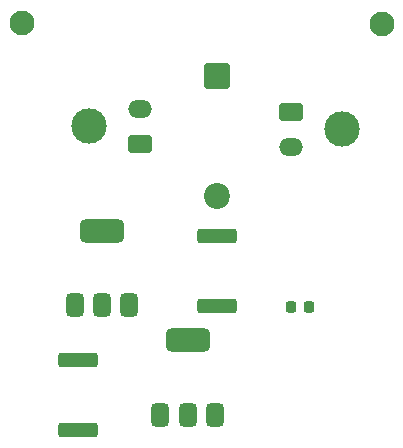
<source format=gbr>
%TF.GenerationSoftware,KiCad,Pcbnew,9.0.4*%
%TF.CreationDate,2025-10-16T00:09:43-05:00*%
%TF.ProjectId,new project,6e657720-7072-46f6-9a65-63742e6b6963,rev?*%
%TF.SameCoordinates,Original*%
%TF.FileFunction,Soldermask,Top*%
%TF.FilePolarity,Negative*%
%FSLAX46Y46*%
G04 Gerber Fmt 4.6, Leading zero omitted, Abs format (unit mm)*
G04 Created by KiCad (PCBNEW 9.0.4) date 2025-10-16 00:09:43*
%MOMM*%
%LPD*%
G01*
G04 APERTURE LIST*
G04 Aperture macros list*
%AMRoundRect*
0 Rectangle with rounded corners*
0 $1 Rounding radius*
0 $2 $3 $4 $5 $6 $7 $8 $9 X,Y pos of 4 corners*
0 Add a 4 corners polygon primitive as box body*
4,1,4,$2,$3,$4,$5,$6,$7,$8,$9,$2,$3,0*
0 Add four circle primitives for the rounded corners*
1,1,$1+$1,$2,$3*
1,1,$1+$1,$4,$5*
1,1,$1+$1,$6,$7*
1,1,$1+$1,$8,$9*
0 Add four rect primitives between the rounded corners*
20,1,$1+$1,$2,$3,$4,$5,0*
20,1,$1+$1,$4,$5,$6,$7,0*
20,1,$1+$1,$6,$7,$8,$9,0*
20,1,$1+$1,$8,$9,$2,$3,0*%
G04 Aperture macros list end*
%ADD10RoundRect,0.250000X-1.425000X0.362500X-1.425000X-0.362500X1.425000X-0.362500X1.425000X0.362500X0*%
%ADD11RoundRect,0.249999X-0.850001X0.850001X-0.850001X-0.850001X0.850001X-0.850001X0.850001X0.850001X0*%
%ADD12C,2.200000*%
%ADD13C,3.000000*%
%ADD14RoundRect,0.250001X-0.759999X0.499999X-0.759999X-0.499999X0.759999X-0.499999X0.759999X0.499999X0*%
%ADD15O,2.020000X1.500000*%
%ADD16RoundRect,0.375000X0.375000X-0.625000X0.375000X0.625000X-0.375000X0.625000X-0.375000X-0.625000X0*%
%ADD17RoundRect,0.500000X1.400000X-0.500000X1.400000X0.500000X-1.400000X0.500000X-1.400000X-0.500000X0*%
%ADD18C,2.100000*%
%ADD19RoundRect,0.225000X-0.225000X-0.250000X0.225000X-0.250000X0.225000X0.250000X-0.225000X0.250000X0*%
%ADD20RoundRect,0.250001X0.759999X-0.499999X0.759999X0.499999X-0.759999X0.499999X-0.759999X-0.499999X0*%
G04 APERTURE END LIST*
D10*
%TO.C,R1*%
X129000000Y-80537500D03*
X129000000Y-86462500D03*
%TD*%
%TO.C,R2*%
X117250000Y-91037500D03*
X117250000Y-96962500D03*
%TD*%
D11*
%TO.C,D1*%
X129000000Y-67000000D03*
D12*
X129000000Y-77160000D03*
%TD*%
D13*
%TO.C,J2*%
X139570000Y-71500000D03*
D14*
X135250000Y-70000000D03*
D15*
X135250000Y-73000000D03*
%TD*%
D16*
%TO.C,Q1*%
X116950000Y-86400000D03*
X119250000Y-86400000D03*
D17*
X119250000Y-80100000D03*
D16*
X121550000Y-86400000D03*
%TD*%
%TO.C,Q2*%
X124200000Y-95650000D03*
X126500000Y-95650000D03*
D17*
X126500000Y-89350000D03*
D16*
X128800000Y-95650000D03*
%TD*%
D18*
%TO.C,H2*%
X142920720Y-62595760D03*
%TD*%
D19*
%TO.C,C1*%
X135225000Y-86500000D03*
X136775000Y-86500000D03*
%TD*%
D18*
%TO.C,H1*%
X112481360Y-62458600D03*
%TD*%
D13*
%TO.C,J1*%
X118145000Y-71250000D03*
D20*
X122465000Y-72750000D03*
D15*
X122465000Y-69750000D03*
%TD*%
M02*

</source>
